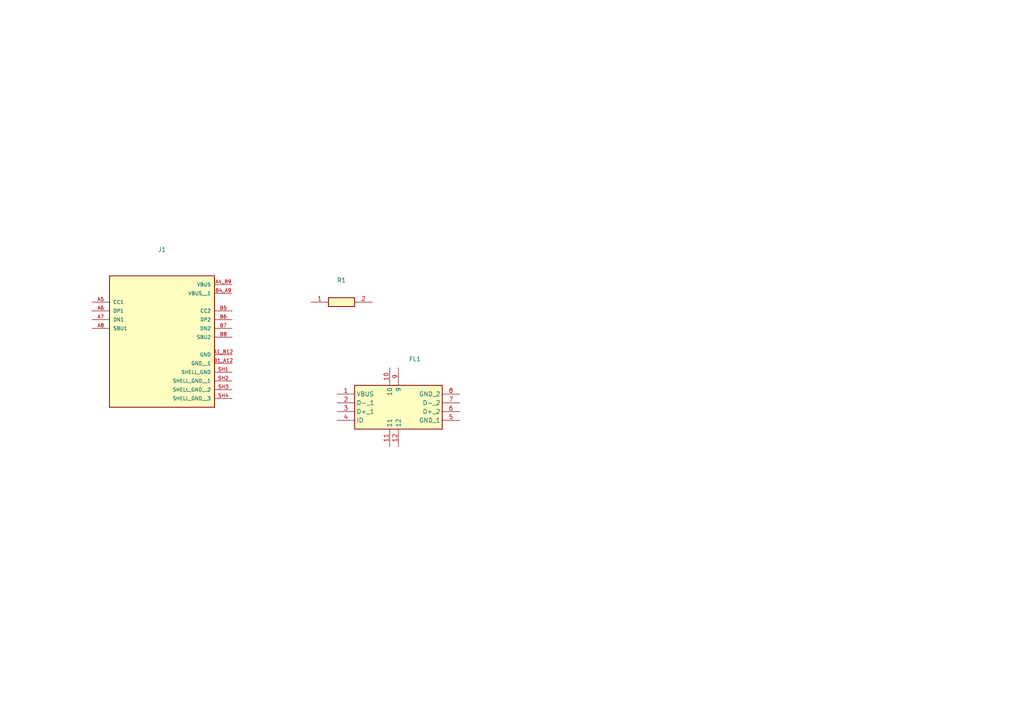
<source format=kicad_sch>
(kicad_sch (version 20231120) (generator "eeschema") (generator_version "8.0")
  (paper "A4")
  (lib_symbols
    (symbol "MylibSTM_sch:ECMF02-4CMX8"
      (property "Reference" "FL" (at 19.05 17.78 0))
      (property "Value" "ECMF02-4CMX8" (at 19.05 15.24 0))
      (property "Footprint" "ECMF024CMX8" (at 19.05 -84.76 0))
      (symbol "ECMF02-4CMX8_1_1"
        (rectangle (start 5.08 12.7) (end 17.78 -12.7) (stroke (width 0.254)) (fill (type background)))
        (pin passive line (at 7.62 -17.78 90) (length 5.08) (name "VBUS") (number "1"))
        (pin passive line (at 0 -2.54 0) (length 5.08) (name "10") (number "10"))
        (pin passive line (at 22.86 -2.54 180) (length 5.08) (name "11") (number "11"))
        (pin passive line (at 22.86 0 180) (length 5.08) (name "12") (number "12"))
        (pin passive line (at 10.16 -17.78 90) (length 5.08) (name "D-_1") (number "2"))
        (pin passive line (at 12.7 -17.78 90) (length 5.08) (name "D+_1") (number "3"))
        (pin passive line (at 15.24 -17.78 90) (length 5.08) (name "ID") (number "4"))
        (pin passive line (at 15.24 17.78 270) (length 5.08) (name "GND_1") (number "5"))
        (pin passive line (at 12.7 17.78 270) (length 5.08) (name "D+_2") (number "6"))
        (pin passive line (at 10.16 17.78 270) (length 5.08) (name "D-_2") (number "7"))
        (pin passive line (at 7.62 17.78 270) (length 5.08) (name "GND_2") (number "8"))
        (pin passive line (at 0 0 0) (length 5.08) (name "9") (number "9"))
      )
    )
    (symbol "MylibSTM_sch:ERA-6AED512V" (pin_names hide)
      (property "Reference" "R" (at 13.97 6.35 0))
      (property "Value" "ERA-6AED512V" (at 13.97 3.81 0))
      (symbol "ERA-6AED512V_1_1"
        (rectangle (start 5.08 1.27) (end 12.7 -1.27) (stroke (width 0.254)) (fill (type background)))
        (pin passive line (at 0 0 0) (length 5.08) (name "1") (number "1"))
        (pin passive line (at 17.78 0 180) (length 5.08) (name "2") (number "2"))
      )
    )
    (symbol "MylibSTM_sch:USB4105GFA060" (pin_names (offset 1.016))
      (property "Reference" "J" (at -15.24 13.97 0))
      (property "Value" "USB4105GFA060" (at -15.24 -27.94 0))
      (property "Footprint" "USB4105GFA060:GCT_USB4105GFA060" (at -19.05 -40.894 0))
      (symbol "USB4105GFA060_0_0"
        (rectangle (start -15.24 -25.4) (end 15.24 12.7) (stroke (width 0.254)) (fill (type background)))
        (pin power_in line (at 20.32 -10.16 180) (length 5.08) (name "GND") (number "A1_B12"))
        (pin power_in line (at 20.32 10.16 180) (length 5.08) (name "VBUS") (number "A4_B9"))
        (pin bidirectional line (at -20.32 5.08 0) (length 5.08) (name "CC1") (number "A5"))
        (pin bidirectional line (at -20.32 2.54 0) (length 5.08) (name "DP1") (number "A6"))
        (pin bidirectional line (at -20.32 0 0) (length 5.08) (name "DN1") (number "A7"))
        (pin bidirectional line (at -20.32 -2.54 0) (length 5.08) (name "SBU1") (number "A8"))
        (pin power_in line (at 20.32 -12.7 180) (length 5.08) (name "GND__1") (number "B1_A12"))
        (pin power_in line (at 20.32 7.62 180) (length 5.08) (name "VBUS__1") (number "B4_A9"))
        (pin bidirectional line (at 20.32 2.54 180) (length 5.08) (name "CC2") (number "B5"))
        (pin bidirectional line (at 20.32 0 180) (length 5.08) (name "DP2") (number "B6"))
        (pin bidirectional line (at 20.32 -2.54 180) (length 5.08) (name "DN2") (number "B7"))
        (pin bidirectional line (at 20.32 -5.08 180) (length 5.08) (name "SBU2") (number "B8"))
        (pin power_in line (at 20.32 -15.24 180) (length 5.08) (name "SHELL_GND") (number "SH1"))
        (pin power_in line (at 20.32 -17.78 180) (length 5.08) (name "SHELL_GND__1") (number "SH2"))
        (pin power_in line (at 20.32 -20.32 180) (length 5.08) (name "SHELL_GND__2") (number "SH3"))
        (pin power_in line (at 20.32 -22.86 180) (length 5.08) (name "SHELL_GND__3") (number "SH4"))
      )
    )
  )
  (symbol (lib_id "MylibSTM_sch:USB4105GFA060") (at 46.99 92.71 0) (unit 1)
    (property "Reference" "J1" (at 46.99 72.39 0))
    (property "Value" "USB4105GFA060" (effects (hide yes)))
    (property "Footprint" "MylibSTM:USB4105GFA060" (effects (hide yes)))
    (property "PARTREV" "B3" (effects (hide yes)))
    (property "STANDARD" "Manufacturer Recommendations" (effects (hide yes)))
    (property "MAXIMUM_PACKAGE_HEIGHT" "3.31mm" (effects (hide yes)))
    (property "MANUFACTURER" "Global Connector Technology" (effects (hide yes)))
  )
  (symbol (lib_id "MylibSTM_sch:ECMF02-4CMX8") (at 115.57 106.68 270) (unit 1)
    (property "Reference" "FL1" (at 118.5865 104.14 90) (effects (justify left)))
    (property "Value" "ECMF02-4CMX8" (effects (hide yes)))
    (property "Footprint" "MylibSTM:ECMF024CMX8" (effects (hide yes)))
    (property "Datasheet" "http://www.st.com/content/ccc/resource/technical/document/datasheet/group3/1c/93/cf/72/85/cf/4d/d6/DM00039389/files/DM00039389.pdf/jcr:content/translations/en.DM00039389.pdf" (effects (hide yes)))
    (property "Description" "Common Mode Filter & ESD Prot. USB uQFN8 STMicroelectronics ECMF02 Series, Signal Filter uQFN SMD, Flat Contact Termination, 2.6 x 1.3 x 0.6mm" (effects (hide yes)))
    (property "Mouser Part Number" "511-ECMF02-4CMX8" (effects (hide yes)))
    (property "Mouser Price/Stock" "https://www.mouser.co.uk/ProductDetail/STMicroelectronics/ECMF02-4CMX8?qs=xYt8xtm2zhmK7GoDlDZR3A%3D%3D" (effects (hide yes)))
    (property "Manufacturer_Name" "STMicroelectronics" (effects (hide yes)))
    (property "Manufacturer_Part_Number" "ECMF02-4CMX8" (effects (hide yes)))
  )
  (symbol (lib_id "MylibSTM_sch:ERA-6AED512V") (at 90.17 87.63 0) (unit 1)
    (property "Reference" "R1" (at 99.06 81.28 0))
    (property "Value" "ERA-6AED512V" (effects (hide yes)))
    (property "Footprint" "MylibSTM:ERA6AEB1020V" (effects (hide yes)))
    (property "Datasheet" "https://industrial.panasonic.com/cdbs/www-data/pdf/RDM0000/AOA0000C307.pdf" (effects (hide yes)))
    (property "Description" "Metal Thin Film Chip Resistor, 0805, 0.125W" (effects (hide yes)))
    (property "Height" "0.6" (effects (hide yes)))
    (property "Mouser Part Number" "667-ERA-6AED512V" (effects (hide yes)))
    (property "Mouser Price/Stock" "https://www.mouser.co.uk/ProductDetail/Panasonic/ERA-6AED512V?qs=MNPzkKEzRtSyMhgZIjuV%252BA%3D%3D" (effects (hide yes)))
    (property "Manufacturer_Name" "Panasonic" (effects (hide yes)))
    (property "Manufacturer_Part_Number" "ERA-6AED512V" (effects (hide yes)))
  )
)
</source>
